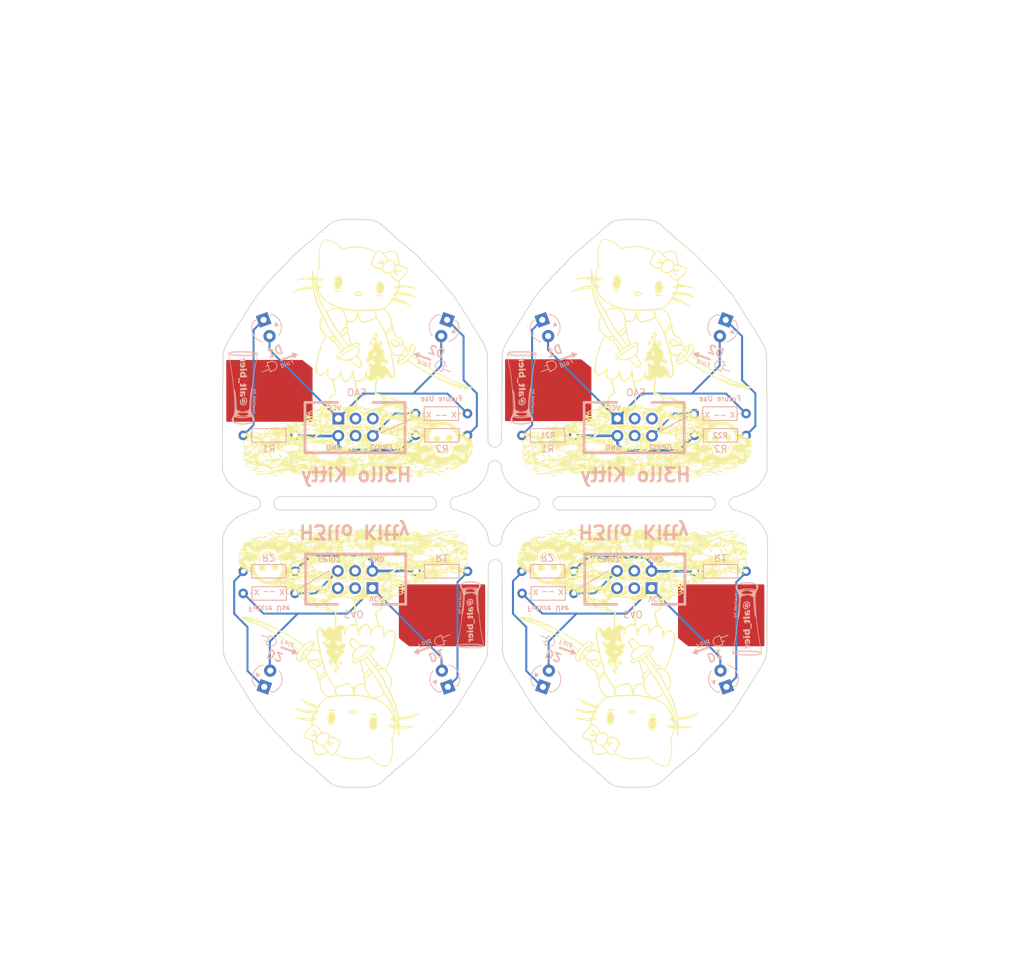
<source format=kicad_pcb>
(kicad_pcb (version 20221018) (generator pcbnew)
  (title_block (title "G0dzilla_VS_H3llo_Kitty") (date "2024-07-07") (rev "1") (company "Crafted by @alt_bier a.k.a. Richard Gowen and his Badge Team") (comment 1 "SAO PCB 2"))
  (layers (0 "F.Cu" signal) (31 "B.Cu" signal) (34 "B.Paste" user) (35 "F.Paste" user) (36 "B.SilkS" user "B.Silkscreen") (37 "F.SilkS" user "F.Silkscreen") (38 "B.Mask" user) (39 "F.Mask" user) (44 "Edge.Cuts" user))
  (net 0 "")
  (net 1 "+3.3V")
  (net 2 "GND")
  (net 6 "Net-(JSAO1-Pin_6)")
  (net 7 "+3.3V1")
  (net 8 "GND1")
  (net 12 "Net-(JSAO2-Pin_6)")
  (net 13 "+3.3V2")
  (net 14 "GND2")
  (net 18 "Net-(JSAO3-Pin_6)")
  (net 19 "+3.3V3")
  (net 20 "GND3")
  (net 24 "Net-(JSAO4-Pin_6)")
  (net 25 "Net-(D11-K)")
  (net 26 "Net-(D12-K)")
  (net 27 "Net-(D21-K)")
  (net 28 "Net-(D22-K)")
  (net 29 "Net-(D31-K)")
  (net 30 "Net-(D32-K)")
  (net 31 "Net-(D41-K)")
  (net 32 "Net-(D42-K)")
  (footprint "0_local:LED_2Pin_Indicator_back" (layer "F.Cu") (at 117.825 130.2 -110)
    (fp_text reference "REF**" hide)
    (fp_text value "LED_2Pin_Indicator_back" hide)
  )
  (footprint "0_local:LED_D3.0mm-2-std_back" (layer "F.Cu") (at 76 83 -70)
    (fp_text reference "D11" hide)
    (fp_text value "LED_3mm" hide)
  )
  (footprint "0_local:LED_2Pin_Indicator_Right_back" (layer "F.Cu") (at 143.175 130.2 110)
    (fp_text reference "REF**" hide)
    (fp_text value "LED_2Pin_Indicator_Right_back" hide)
  )
  (footprint "0_local:MountingHole_2.0mm" (layer "F.Cu") (at 73.2 114.1)
    (fp_text reference "REF**" hide)
    (fp_text value "MountingHole_2.0mm" hide)
  )
  (footprint "0_alt_bier:logo-alt_bier-2300dpi-4x10mm-back" (layer "F.Cu") (at 106.55 126.4 180)
    (fp_text reference "G***" hide)
    (fp_text value "LOGO" hide)
  )
  (footprint "0_local:LED_Fold_Indicator_back" (layer "F.Cu") (at 79.861071 88.437045 -160)
    (fp_text reference "Fold" hide)
    (fp_text value "LED_Fold_Indicator_1" hide)
  )
  (footprint "0_local:MountingHole_2.0mm" (layer "F.Cu") (at 73.2 105.9)
    (fp_text reference "REF**" hide)
    (fp_text value "MountingHole_2.0mm" hide)
  )
  (footprint "0_local:R_Axial_DIN0207_L6.3_D2.5_P7.62_Horiz_back" (layer "F.Cu") (at 106 100 180)
    (fp_text reference "R12" hide)
    (fp_text value "47R_6.3mm" hide)
  )
  (footprint "0_local:MountingHole_2.0mm" (layer "F.Cu") (at 105.8 114.1)
    (fp_text reference "REF**" hide)
    (fp_text value "MountingHole_2.0mm" hide)
  )
  (footprint "0_alt_bier:logo-alt_bier-2100dpi-4x11mm-back" (layer "F.Cu") (at 147 127 180)
    (fp_text reference "G***" hide)
    (fp_text value "LOGO" hide)
  )
  (footprint "0_badge:g0dzilla_vs_sao2_silk_f" (layer "F.Cu") (at 110 110)
    (fp_text reference "silk_front_sao2")
    (fp_text value "Front Silk" hide)
  )
  (footprint "0_local:LED_2Pin_Indicator_Right_back" (layer "F.Cu") (at 102.2 130.15 110)
    (fp_text reference "REF**" hide)
    (fp_text value "LED_2Pin_Indicator_Right_back" hide)
  )
  (footprint "0_local:LED_D3.0mm-2-std_back" (layer "F.Cu") (at 144 83 -110)
    (fp_text reference "D22" hide)
    (fp_text value "LED_3mm" hide)
  )
  (footprint "0_sao_v169bis:SAOv169-SAOv3-2x3" (layer "F.Cu") (at 89.52 121.23 180)
    (fp_text reference "JSAO3" hide)
    (fp_text value "Conn_02x03_SAO" hide)
  )
  (footprint "0_local:R_Axial_DIN0207_L6.3_D2.5_P7.62_Horiz_back" (layer "F.Cu") (at 80.61 123.25 180)
    (fp_text reference "R33" hide)
    (fp_text value "100K_6.3mm" hide)
  )
  (footprint "0_local:MountingHole_2.0mm" (layer "F.Cu") (at 146.9 114.1)
    (fp_text reference "REF**" hide)
    (fp_text value "MountingHole_2.0mm" hide)
  )
  (footprint "0_sao_v169bis:SAOv169-SAOv3-2x3" (layer "F.Cu") (at 130.54 98.77)
    (fp_text reference "JSAO2" hide)
    (fp_text value "Conn_02x03_SAO" hide)
  )
  (footprint "0_local:LED_2Pin_Indicator_back" (layer "F.Cu") (at 143.375 89.825 70)
    (fp_text reference "REF**" hide)
    (fp_text value "LED_2Pin_Indicator_back" hide)
  )
  (footprint "0_local:LED_Fold_Indicator_back" (layer "F.Cu") (at 140.238929 131.637955 20)
    (fp_text reference "Fold" hide)
    (fp_text value "LED_Fold_Indicator_1" hide)
  )
  (footprint "0_local:LED_2Pin_Indicator_Right_back" (layer "F.Cu") (at 76.925 89.875 -70)
    (fp_text reference "REF**" hide)
    (fp_text value "LED_2Pin_Indicator_Right_back" hide)
  )
  (footprint "0_badge:g0dzilla_vs_SAO_edgecuts_01" (layer "F.Cu") (at 110 110)
    (fp_text reference "sao_edgecuts_01")
    (fp_text value "Edge Cuts" hide)
    (fp_line (start -40.07 -9.27) (end -39.98 -21.6) (stroke (width 0.12)) (layer "Edge.Cuts"))
    (fp_line (start -40.07 -5.27) (end -40.07 -9.27) (stroke (width 0.12)) (layer "Edge.Cuts"))
    (fp_line (start -40.07 -4.98) (end -40.07 -5.27) (stroke (width 0.12)) (layer "Edge.Cuts"))
    (fp_line (start -40.02 4.98) (end -40.02 5.27) (stroke (width 0.12)) (layer "Edge.Cuts"))
    (fp_line (start -40.02 5.27) (end -40.02 9.27) (stroke (width 0.12)) (layer "Edge.Cuts"))
    (fp_line (start -40.02 9.27) (end -39.93 21.6) (stroke (width 0.12)) (layer "Edge.Cuts"))
    (fp_line (start -39.98 -21.6) (end -39.88 -22.4) (stroke (width 0.12)) (layer "Edge.Cuts"))
    (fp_line (start -39.93 21.6) (end -39.83 22.4) (stroke (width 0.12)) (layer "Edge.Cuts"))
    (fp_line (start -39.88 -22.4) (end -39.78 -22.7) (stroke (width 0.12)) (layer "Edge.Cuts"))
    (fp_line (start -39.87 -4.38) (end -40.07 -4.98) (stroke (width 0.12)) (layer "Edge.Cuts"))
    (fp_line (start -39.83 22.4) (end -39.73 22.7) (stroke (width 0.12)) (layer "Edge.Cuts"))
    (fp_line (start -39.82 4.38) (end -40.02 4.98) (stroke (width 0.12)) (layer "Edge.Cuts"))
    (fp_line (start -39.78 -22.7) (end -39.58 -23.2) (stroke (width 0.12)) (layer "Edge.Cuts"))
    (fp_line (start -39.73 22.7) (end -39.53 23.2) (stroke (width 0.12)) (layer "Edge.Cuts"))
    (fp_line (start -39.67 -3.88) (end -39.87 -4.38) (stroke (width 0.12)) (layer "Edge.Cuts"))
    (fp_line (start -39.62 3.88) (end -39.82 4.38) (stroke (width 0.12)) (layer "Edge.Cuts"))
    (fp_line (start -39.58 -23.2) (end -39.38 -23.6) (stroke (width 0.12)) (layer "Edge.Cuts"))
    (fp_line (start -39.53 23.2) (end -39.33 23.6) (stroke (width 0.12)) (layer "Edge.Cuts"))
    (fp_line (start -39.38 -23.6) (end -38.78 -24.6) (stroke (width 0.12)) (layer "Edge.Cuts"))
    (fp_line (start -39.33 23.6) (end -38.73 24.6) (stroke (width 0.12)) (layer "Edge.Cuts"))
    (fp_line (start -39.27 -3.28) (end -39.67 -3.88) (stroke (width 0.12)) (layer "Edge.Cuts"))
    (fp_line (start -39.22 3.28) (end -39.62 3.88) (stroke (width 0.12)) (layer "Edge.Cuts"))
    (fp_line (start -39.08 -3) (end -39.27 -3.28) (stroke (width 0.12)) (layer "Edge.Cuts"))
    (fp_line (start -39.03 3) (end -39.22 3.28) (stroke (width 0.12)) (layer "Edge.Cuts"))
    (fp_line (start -38.78 -24.6) (end -38.28 -25.4) (stroke (width 0.12)) (layer "Edge.Cuts"))
    (fp_line (start -38.78 -2.7) (end -39.08 -3) (stroke (width 0.12)) (layer "Edge.Cuts"))
    (fp_line (start -38.73 2.7) (end -39.03 3) (stroke (width 0.12)) (layer "Edge.Cuts"))
    (fp_line (start -38.73 24.6) (end -38.23 25.4) (stroke (width 0.12)) (layer "Edge.Cuts"))
    (fp_line (start -38.48 -2.4) (end -38.78 -2.7) (stroke (width 0.12)) (layer "Edge.Cuts"))
    (fp_line (start -38.43 2.4) (end -38.73 2.7) (stroke (width 0.12)) (layer "Edge.Cuts"))
    (fp_line (start -38.28 -25.4) (end -36.78 -27.8) (stroke (width 0.12)) (layer "Edge.Cuts"))
    (fp_line (start -38.23 25.4) (end -36.73 27.8) (stroke (width 0.12)) (layer "Edge.Cuts"))
    (fp_line (start -38.08 -2.1) (end -38.48 -2.4) (stroke (width 0.12)) (layer "Edge.Cuts"))
    (fp_line (start -38.03 2.1) (end -38.43 2.4) (stroke (width 0.12)) (layer "Edge.Cuts"))
    (fp_line (start -37.58 -1.8) (end -38.08 -2.1) (stroke (width 0.12)) (layer "Edge.Cuts"))
    (fp_line (start -37.53 1.8) (end -38.03 2.1) (stroke (width 0.12)) (layer "Edge.Cuts"))
    (fp_line (start -36.88 -1.5) (end -37.58 -1.8) (stroke (width 0.12)) (layer "Edge.Cuts"))
    (fp_line (start -36.83 1.5) (end -37.53 1.8) (stroke (width 0.12)) (layer "Edge.Cuts"))
    (fp_line (start -36.78 -27.8) (end -35.78 -29.4) (stroke (width 0.12)) (layer "Edge.Cuts"))
    (fp_line (start -36.73 27.8) (end -35.73 29.4) (stroke (width 0.12)) (layer "Edge.Cuts"))
    (fp_line (start -35.78 -29.4) (end -35.38 -30) (stroke (width 0.12)) (layer "Edge.Cuts"))
    (fp_line (start -35.73 29.4) (end -35.33 30) (stroke (width 0.12)) (layer "Edge.Cuts"))
    (fp_line (start -35.48 -1) (end -36.88 -1.5) (stroke (width 0.12)) (layer "Edge.Cuts"))
    (fp_line (start -35.48 1) (end -36.83 1.5) (stroke (width 0.12)) (layer "Edge.Cuts"))
    (fp_line (start -35.38 -30) (end -34.98 -30.6) (stroke (width 0.12)) (layer "Edge.Cuts"))
    (fp_line (start -35.33 30) (end -34.93 30.6) (stroke (width 0.12)) (layer "Edge.Cuts"))
    (fp_line (start -34.98 -30.6) (end -34.48 -31.2) (stroke (width 0.12)) (layer "Edge.Cuts"))
    (fp_line (start -34.93 30.6) (end -34.43 31.2) (stroke (width 0.12)) (layer "Edge.Cuts"))
    (fp_line (start -34.48 -31.2) (end -33.88 -31.9) (stroke (width 0.12)) (layer "Edge.Cuts"))
    (fp_line (start -34.43 31.2) (end -33.83 31.9) (stroke (width 0.12)) (layer "Edge.Cuts"))
    (fp_line (start -33.88 -31.9) (end -33.28 -32.6) (stroke (width 0.12)) (layer "Edge.Cuts"))
    (fp_line (start -33.83 31.9) (end -33.23 32.6) (stroke (width 0.12)) (layer "Edge.Cuts"))
    (fp_line (start -33.28 -32.6) (end -32.48 -33.5) (stroke (width 0.12)) (layer "Edge.Cuts"))
    (fp_line (start -33.23 32.6) (end -32.43 33.5) (stroke (width 0.12)) (layer "Edge.Cuts"))
    (fp_line (start -32.48 -33.5) (end -30.78 -35.2) (stroke (width 0.12)) (layer "Edge.Cuts"))
    (fp_line (start -32.43 33.5) (end -30.73 35.2) (stroke (width 0.12)) (layer "Edge.Cuts"))
    (fp_line (start -31.48 -1) (end -9.58 -1) (stroke (width 0.12)) (layer "Edge.Cuts"))
    (fp_line (start -30.78 -35.2) (end -29.88 -36.2) (stroke (width 0.12)) (layer "Edge.Cuts"))
    (fp_line (start -30.73 35.2) (end -29.83 36.2) (stroke (width 0.12)) (layer "Edge.Cuts"))
    (fp_line (start -29.88 -36.2) (end -29.48 -36.6) (stroke (width 0.12)) (layer "Edge.Cuts"))
    (fp_line (start -29.83 36.2) (end -29.43 36.6) (stroke (width 0.12)) (layer "Edge.Cuts"))
    (fp_line (start -29.48 -36.6) (end -28.78 -37.2) (stroke (width 0.12)) (layer "Edge.Cuts"))
    (fp_line (start -29.43 36.6) (end -28.73 37.2) (stroke (width 0.12)) (layer "Edge.Cuts"))
    (fp_line (start -28.78 -37.2) (end -27.48 -38.3) (stroke (width 0.12)) (layer "Edge.Cuts"))
    (fp_line (start -28.73 37.2) (end -27.43 38.3) (stroke (width 0.12)) (layer "Edge.Cuts"))
    (fp_line (start -27.48 -38.3) (end -26.38 -39.2) (stroke (width 0.12)) (layer "Edge.Cuts"))
    (fp_line (start -27.43 38.3) (end -26.33 39.2) (stroke (width 0.12)) (layer "Edge.Cuts"))
    (fp_line (start -26.38 -39.2) (end -25.88 -39.7) (stroke (width 0.12)) (layer "Edge.Cuts"))
    (fp_line (start -26.33 39.2) (end -25.83 39.7) (stroke (width 0.12)) (layer "Edge.Cuts"))
    (fp_line (start -25.88 -39.7) (end -24.98 -40.5) (stroke (width 0.12)) (layer "Edge.Cuts"))
    (fp_line (start -25.83 39.7) (end -24.93 40.5) (stroke (width 0.12)) (layer "Edge.Cuts"))
    (fp_line (start -24.98 -40.5) (end -24.28 -41.1) (stroke (width 0.12)) (layer "Edge.Cuts"))
    (fp_line (start -24.93 40.5) (end -24.23 41.1) (stroke (width 0.12)) (layer "Edge.Cuts"))
    (fp_line (start -24.28 -41.1) (end -23.98 -41.3) (stroke (width 0.12)) (layer "Edge.Cuts"))
    (fp_line (start -24.23 41.1) (end -23.93 41.3) (stroke (width 0.12)) (layer "Edge.Cuts"))
    (fp_line (start -23.98 -41.3) (end -23.58 -41.5) (stroke (width 0.12)) (layer "Edge.Cuts"))
    (fp_line (start -23.93 41.3) (end -23.53 41.5) (stroke (width 0.12)) (layer "Edge.Cuts"))
    (fp_line (start -23.58 -41.5) (end -23.28 -41.6) (stroke (width 0.12)) (layer "Edge.Cuts"))
    (fp_line (start -23.53 41.5) (end -23.23 41.6) (stroke (width 0.12)) (layer "Edge.Cuts"))
    (fp_line (start -23.28 -41.6) (end -22.88 -41.7) (stroke (width 0.12)) (layer "Edge.Cuts"))
    (fp_line (start -23.23 41.6) (end -22.83 41.7) (stroke (width 0.12)) (layer "Edge.Cuts"))
    (fp_line (start -22.88 -41.7) (end -21.08 -41.8) (stroke (width 0.12)) (layer "Edge.Cuts"))
    (fp_line (start -22.83 41.7) (end -21.03 41.8) (stroke (width 0.12)) (layer "Edge.Cuts"))
    (fp_line (start -21.08 -41.8) (end -19.98 -41.8) (stroke (width 0.12)) (layer "Edge.Cuts"))
    (fp_line (start -19.93 41.8) (end -21.03 41.8) (stroke (width 0.12)) (layer "Edge.Cuts"))
    (fp_line (start -18.18 -41.7) (end -19.98 -41.8) (stroke (width 0.12)) (layer "Edge.Cuts"))
    (fp_line (start -18.13 41.7) (end -19.93 41.8) (stroke (width 0.12)) (layer "Edge.Cuts"))
    (fp_line (start -17.78 -41.6) (end -18.18 -41.7) (stroke (width 0.12)) (layer "Edge.Cuts"))
    (fp_line (start -17.73 41.6) (end -18.13 41.7) (stroke (width 0.12)) (layer "Edge.Cuts"))
    (fp_line (start -17.48 -41.5) (end -17.78 -41.6) (stroke (width 0.12)) (layer "Edge.Cuts"))
    (fp_line (start -17.43 41.5) (end -17.73 41.6) (stroke (width 0.12)) (layer "Edge.Cuts"))
    (fp_line (start -17.08 -41.3) (end -17.48 -41.5) (stroke (width 0.12)) (layer "Edge.Cuts"))
    (fp_line (start -17.03 41.3) (end -17.43 41.5) (stroke (width 0.12)) (layer "Edge.Cuts"))
    (fp_line (start -16.78 -41.1) (end -17.08 -41.3) (stroke (width 0.12)) (layer "Edge.Cuts"))
    (fp_line (start -16.73 41.1) (end -17.03 41.3) (stroke (width 0.12)) (layer "Edge.Cuts"))
    (fp_line (start -16.08 -40.5) (end -16.78 -41.1) (stroke (width 0.12)) (layer "Edge.Cuts"))
    (fp_line (start -16.03 40.5) (end -16.73 41.1) (stroke (width 0.12)) (layer "Edge.Cuts"))
    (fp_line (start -15.18 -39.7) (end -16.08 -40.5) (stroke (width 0.12)) (layer "Edge.Cuts"))
    (fp_line (start -15.13 39.7) (end -16.03 40.5) (stroke (width 0.12)) (layer "Edge.Cuts"))
    (fp_line (start -14.68 -39.2) (end -15.18 -39.7) (stroke (width 0.12)) (layer "Edge.Cuts"))
    (fp_line (start -14.63 39.2) (end -15.13 39.7) (stroke (width 0.12)) (layer "Edge.Cuts"))
    (fp_line (start -13.58 -38.3) (end -14.68 -39.2) (stroke (width 0.12)) (layer "Edge.Cuts"))
    (fp_line (start -13.53 38.3) (end -14.63 39.2) (stroke (width 0.12)) (layer "Edge.Cuts"))
    (fp_line (start -12.28 -37.2) (end -13.58 -38.3) (stroke (width 0.12)) (layer "Edge.Cuts"))
    (fp_line (start -12.23 37.2) (end -13.53 38.3) (stroke (width 0.12)) (layer "Edge.Cuts"))
    (fp_line (start -11.58 -36.6) (end -12.28 -37.2) (stroke (width 0.12)) (layer "Edge.Cuts"))
    (fp_line (start -11.53 36.6) (end -12.23 37.2) (stroke (width 0.12)) (layer "Edge.Cuts"))
    (fp_line (start -11.18 -36.2) (end -11.58 -36.6) (stroke (width 0.12)) (layer "Edge.Cuts"))
    (fp_line (start -11.13 36.2) (end -11.53 36.6) (stroke (width 0.12)) (layer "Edge.Cuts"))
    (fp_line (start -10.28 -35.2) (end -11.18 -36.2) (stroke (width 0.12)) (layer "Edge.Cuts"))
    (fp_line (start -10.23 35.2) (end -11.13 36.2) (stroke (width 0.12)) (layer "Edge.Cuts"))
    (fp_line (start -9.58 1) (end -31.48 1) (stroke (width 0.12)) (layer "Edge.Cuts"))
    (fp_line (start -8.58 -33.5) (end -10.28 -35.2) (stroke (width 0.12)) (layer "Edge.Cuts"))
    (fp_line (start -8.53 33.5) (end -10.23 35.2) (stroke (width 0.12)) (layer "Edge.Cuts"))
    (fp_line (start -7.78 -32.6) (end -8.58 -33.5) (stroke (width 0.12)) (layer "Edge.Cuts"))
    (fp_line (start -7.73 32.6) (end -8.53 33.5) (stroke (width 0.12)) (layer "Edge.Cuts"))
    (fp_line (start -7.18 -31.9) (end -7.78 -32.6) (stroke (width 0.12)) (layer "Edge.Cuts"))
    (fp_line (start -7.13 31.9) (end -7.73 32.6) (stroke (width 0.12)) (layer "Edge.Cuts"))
    (fp_line (start -6.58 -31.2) (end -7.18 -31.9) (stroke (width 0.12)) (layer "Edge.Cuts"))
    (fp_line (start -6.53 31.2) (end -7.13 31.9) (stroke (width 0.12)) (layer "Edge.Cuts"))
    (fp_line (start -6.08 -30.6) (end -6.58 -31.2) (stroke (width 0.12)) (layer "Edge.Cuts"))
    (fp_line (start -6.03 30.6) (end -6.53 31.2) (stroke (width 0.12)) (layer "Edge.Cuts"))
    (fp_line (start -5.68 -30) (end -6.08 -30.6) (stroke (width 0.12)) (layer "Edge.Cuts"))
    (fp_line (start -5.63 30) (end -6.03 30.6) (stroke (width 0.12)) (layer "Edge.Cuts"))
    (fp_line (start -5.58 -1) (end -4.18 -1.5) (stroke (width 0.12)) (layer "Edge.Cuts"))
    (fp_line (start -5.58 1) (end -4.13 1.5) (stroke (width 0.12)) (layer "Edge.Cuts"))
    (fp_line (start -5.28 -29.4) (end -5.68 -30) (stroke (width 0.12)) (layer "Edge.Cuts"))
    (fp_line (start -5.23 29.4) (end -5.63 30) (stroke (width 0.12)) (layer "Edge.Cuts"))
    (fp_line (start -4.28 -27.8) (end -5.28 -29.4) (stroke (width 0.12)) (layer "Edge.Cuts"))
    (fp_line (start -4.23 27.8) (end -5.23 29.4) (stroke (width 0.12)) (layer "Edge.Cuts"))
    (fp_line (start -4.18 -1.5) (end -3.48 -1.8) (stroke (width 0.12)) (layer "Edge.Cuts"))
    (fp_line (start -4.13 1.5) (end -3.43 1.8) (stroke (width 0.12)) (layer "Edge.Cuts"))
    (fp_line (start -3.48 -1.8) (end -2.98 -2.1) (stroke (width 0.12)) (layer "Edge.Cuts"))
    (fp_line (start -3.43 1.8) (end -2.93 2.1) (stroke (width 0.12)) (layer "Edge.Cuts"))
    (fp_line (start -2.98 -2.1) (end -2.58 -2.4) (stroke (width 0.12)) (layer "Edge.Cuts"))
    (fp_line (start -2.93 2.1) (end -2.53 2.4) (stroke (width 0.12)) (layer "Edge.Cuts"))
    (fp_line (start -2.78 -25.4) (end -4.28 -27.8) (stroke (width 0.12)) (layer "Edge.Cuts"))
    (fp_line (start -2.73 25.4) (end -4.23 27.8) (stroke (width 0.12)) (layer "Edge.Cuts"))
    (fp_line (start -2.58 -2.4) (end -2.28 -2.7) (stroke (width 0.12)) (layer "Edge.Cuts"))
    (fp_line (start -2.53 2.4) (end -2.23 2.7) (stroke (width 0.12)) (layer "Edge.Cuts"))
    (fp_line (start -2.28 -24.6) (end -2.78 -25.4) (stroke (width 0.12)) (layer "Edge.Cuts"))
    (fp_line (start -2.28 -2.7) (end -1.98 -3) (stroke (width 0.12)) (layer "Edge.Cuts"))
    (fp_line (start -2.23 2.7) (end -1.93 3) (stroke (width 0.12)) (layer "Edge.Cuts"))
    (fp_line (start -2.23 24.6) (end -2.73 25.4) (stroke (width 0.12)) (layer "Edge.Cuts"))
    (fp_line (start -1.98 -3) (end -1.79 -3.28) (stroke (width 0.12)) (layer "Edge.Cuts"))
    (fp_line (start -1.93 3) (end -1.74 3.28) (stroke (width 0.12)) (layer "Edge.Cuts"))
    (fp_line (start -1.79 -3.28) (end -1.39 -3.88) (stroke (width 0.12)) (layer "Edge.Cuts"))
    (fp_line (start -1.74 3.28) (end -1.34 3.88) (stroke (width 0.12)) (layer "Edge.Cuts"))
    (fp_line (start -1.68 -23.6) (end -2.28 -24.6) (stroke (width 0.12)) (layer "Edge.Cuts"))
    (fp_line (start -1.63 23.6) (end -2.23 24.6) (stroke (width 0.12)) (layer "Edge.Cuts"))
    (fp_line (start -1.48 -23.2) (end -1.68 -23.6) (stroke (width 0.12)) (layer "Edge.Cuts"))
    (fp_line (start -1.43 23.2) (end -1.63 23.6) (stroke (width 0.12)) (layer "Edge.Cuts"))
    (fp_line (start -1.39 -3.88) (end -1.19 -4.38) (stroke (width 0.12)) (layer "Edge.Cuts"))
    (fp_line (start -1.34 3.88) (end -1.14 4.38) (stroke (width 0.12)) (layer "Edge.Cuts"))
    (fp_line (start -1.28 -22.7) (end -1.48 -23.2) (stroke (width 0.12)) (layer "Edge.Cuts"))
    (fp_line (start -1.23 22.7) (end -1.43 23.2) (stroke (width 0.12)) (layer "Edge.Cuts"))
    (fp_line (start -1.19 -4.38) (end -0.99 -4.98) (stroke (width 0.12)) (layer "Edge.Cuts"))
    (fp_line (start -1.18 -22.4) (end -1.28 -22.7) (stroke (width 0.12)) (layer "Edge.Cuts"))
    (fp_line (start -1.14 4.38) (end -0.94 4.98) (stroke (width 0.12)) (layer "Edge.Cuts"))
    (fp_line (start -1.13 22.4) (end -1.23 22.7) (stroke (width 0.12)) (layer "Edge.Cuts"))
    (fp_line (start -1.08 -21.6) (end -1.18 -22.4) (stroke (width 0.12)) (layer "Edge.Cuts"))
    (fp_line (start -1.03 21.6) (end -1.13 22.4) (stroke (width 0.12)) (layer "Edge.Cuts"))
    (fp_line (start -0.99 -9.27) (end -1.08 -21.6) (stroke (width 0.12)) (layer "Edge.Cuts"))
    (fp_line (start -0.99 -4.98) (end -0.99 -5.27) (stroke (width 0.12)) (layer "Edge.Cuts"))
    (fp_line (start -0.94 4.98) (end -0.94 5.27) (stroke (width 0.12)) (layer "Edge.Cuts"))
    (fp_line (start -0.94 9.27) (end -1.03 21.6) (stroke (width 0.12)) (layer "Edge.Cuts"))
    (fp_line (start 1.01 -9.27) (end 1.1 -21.6) (stroke (width 0.12)) (layer "Edge.Cuts"))
    (fp_line (start 1.01 -4.98) (end 1.01 -5.27) (stroke (width 0.12)) (layer "Edge.Cuts"))
    (fp_line (start 1.06 4.98) (end 1.06 5.27) (stroke (width 0.12)) (layer "Edge.Cuts"))
    (fp_line (start 1.06 9.27) (end 1.15 21.6) (stroke (width 0.12)) (layer "Edge.Cuts"))
    (fp_line (start 1.1 -21.6) (end 1.2 -22.4) (stroke (width 0.12)) (layer "Edge.Cuts"))
    (fp_line (start 1.15 21.6) (end 1.25 22.4) (stroke (width 0.12)) (layer "Edge.Cuts"))
    (fp_line (start 1.2 -22.4) (end 1.3 -22.7) (stroke (width 0.12)) (layer "Edge.Cuts"))
    (fp_line (start 1.21 -4.38) (end 1.01 -4.98) (stroke (width 0.12)) (layer "Edge.Cuts"))
    (fp_line (start 1.25 22.4) (end 1.35 22.7) (stroke (width 0.12)) (layer "Edge.Cuts"))
    (fp_line (start 1.26 4.38) (end 1.06 4.98) (stroke (width 0.12)) (layer "Edge.Cuts"))
    (fp_line (start 1.3 -22.7) (end 1.5 -23.2) (stroke (width 0.12)) (layer "Edge.Cuts"))
    (fp_line (start 1.35 22.7) (end 1.55 23.2) (stroke (width 0.12)) (layer "Edge.Cuts"))
    (fp_line (start 1.41 -3.88) (end 1.21 -4.38) (stroke (width 0.12)) (layer "Edge.Cuts"))
    (fp_line (start 1.46 3.88) (end 1.26 4.38) (stroke (width 0.12)) (layer "Edge.Cuts"))
    (fp_line (start 1.5 -23.2) (end 1.7 -23.6) (stroke (width 0.12)) (layer "Edge.Cuts"))
    (fp_line (start 1.55 23.2) (end 1.75 23.6) (stroke (width 0.12)) (layer "Edge.Cuts"))
    (fp_line (start 1.7 -23.6) (end 2.3 -24.6) (stroke (width 0.12)) (layer "Edge.Cuts"))
    (fp_line (start 1.75 23.6) (end 2.35 24.6) (stroke (width 0.12)) (layer "Edge.Cuts"))
    (fp_line (start 1.81 -3.28) (end 1.41 -3.88) (stroke (width 0.12)) (layer "Edge.Cuts"))
    (fp_line (start 1.86 3.28) (end 1.46 3.88) (stroke (width 0.12)) (layer "Edge.Cuts"))
    (fp_line (start 2 -3) (end 1.81 -3.28) (stroke (width 0.12)) (layer "Edge.Cuts"))
    (fp_line (start 2.05 3) (end 1.86 3.28) (stroke (width 0.12)) (layer "Edge.Cuts"))
    (fp_line (start 2.3 -24.6) (end 2.8 -25.4) (stroke (width 0.12)) (layer "Edge.Cuts"))
    (fp_line (start 2.3 -2.7) (end 2 -3) (stroke (width 0.12)) (layer "Edge.Cuts"))
    (fp_line (start 2.35 2.7) (end 2.05 3) (stroke (width 0.12)) (layer "Edge.Cuts"))
    (fp_line (start 2.35 24.6) (end 2.85 25.4) (stroke (width 0.12)) (layer "Edge.Cuts"))
    (fp_line (start 2.6 -2.4) (end 2.3 -2.7) (stroke (width 0.12)) (layer "Edge.Cuts"))
    (fp_line (start 2.65 2.4) (end 2.35 2.7) (stroke (width 0.12)) (layer "Edge.Cuts"))
    (fp_line (start 2.8 -25.4) (end 4.3 -27.8) (stroke (width 0.12)) (layer "Edge.Cuts"))
    (fp_line (start 2.85 25.4) (end 4.35 27.8) (stroke (width 0.12)) (layer "Edge.Cuts"))
    (fp_line (start 3 -2.1) (end 2.6 -2.4) (stroke (width 0.12)) (layer "Edge.Cuts"))
    (fp_line (start 3.05 2.1) (end 2.65 2.4) (stroke (width 0.12)) (layer "Edge.Cuts"))
    (fp_line (start 3.5 -1.8) (end 3 -2.1) (stroke (width 0.12)) (layer "Edge.Cuts"))
    (fp_line (start 3.55 1.8) (end 3.05 2.1) (stroke (width 0.12)) (layer "Edge.Cuts"))
    (fp_line (start 4.2 -1.5) (end 3.5 -1.8) (stroke (width 0.12)) (layer "Edge.Cuts"))
    (fp_line (start 4.25 1.5) (end 3.55 1.8) (stroke (width 0.12)) (layer "Edge.Cuts"))
    (fp_line (start 4.3 -27.8) (end 5.3 -29.4) (stroke (width 0.12)) (layer "Edge.Cuts"))
    (fp_line (start 4.35 27.8) (end 5.35 29.4) (stroke (width 0.12)) (layer "Edge.Cuts"))
    (fp_line (start 5.3 -29.4) (end 5.7 -30) (stroke (width 0.12)) (layer "Edge.Cuts"))
    (fp_line (start 5.35 29.4) (end 5.75 30) (stroke (width 0.12)) (layer "Edge.Cuts"))
    (fp_line (start 5.6 -1) (end 4.2 -1.5) (stroke (width 0.12)) (layer "Edge.Cuts"))
    (fp_line (start 5.6 1) (end 4.25 1.5) (stroke (width 0.12)) (layer "Edge.Cuts"))
    (fp_line (start 5.7 -30) (end 6.1 -30.6) (stroke (width 0.12)) (layer "Edge.Cuts"))
    (fp_line (start 5.75 30) (end 6.15 30.6) (stroke (width 0.12)) (layer "Edge.Cuts"))
    (fp_line (start 6.1 -30.6) (end 6.6 -31.2) (stroke (width 0.12)) (layer "Edge.Cuts"))
    (fp_line (start 6.15 30.6) (end 6.65 31.2) (stroke (width 0.12)) (layer "Edge.Cuts"))
    (fp_line (start 6.6 -31.2) (end 7.2 -31.9) (stroke (width 0.12)) (layer "Edge.Cuts"))
    (fp_line (start 6.65 31.2) (end 7.25 31.9) (stroke (width 0.12)) (layer "Edge.Cuts"))
    (fp_line (start 7.2 -31.9) (end 7.8 -32.6) (stroke (width 0.12)) (layer "Edge.Cuts"))
    (fp_line (start 7.25 31.9) (end 7.85 32.6) (stroke (width 0.12)) (layer "Edge.Cuts"))
    (fp_line (start 7.8 -32.6) (end 8.6 -33.5) (stroke (width 0.12)) (layer "Edge.Cuts"))
    (fp_line (start 7.85 32.6) (end 8.65 33.5) (stroke (width 0.12)) (layer "Edge.Cuts"))
    (fp_line (start 8.6 -33.5) (end 10.3 -35.2) (stroke (width 0.12)) (layer "Edge.Cuts"))
    (fp_line (start 8.65 33.5) (end 10.35 35.2) (stroke (width 0.12)) (layer "Edge.Cuts"))
    (fp_line (start 9.6 -1) (end 31.5 -1) (stroke (width 0.12)) (layer "Edge.Cuts"))
    (fp_line (start 10.3 -35.2) (end 11.2 -36.2) (stroke (width 0.12)) (layer "Edge.Cuts"))
    (fp_line (start 10.35 35.2) (end 11.25 36.2) (stroke (width 0.12)) (layer "Edge.Cuts"))
    (fp_line (start 11.2 -36.2) (end 11.6 -36.6) (stroke (width 0.12)) (layer "Edge.Cuts"))
    (fp_line (start 11.25 36.2) (end 11.65 36.6) (stroke (width 0.12)) (layer "Edge.Cuts"))
    (fp_line (start 11.6 -36.6) (end 12.3 -37.2) (stroke (width 0.12)) (layer "Edge.Cuts"))
    (fp_line (start 11.65 36.6) (end 12.35 37.2) (stroke (width 0.12)) (layer "Edge.Cuts"))
    (fp_line (start 12.3 -37.2) (end 13.6 -38.3) (stroke (width 0.12)) (layer "Edge.Cuts"))
    (fp_line (start 12.35 37.2) (end 13.65 38.3) (stroke (width 0.12)) (layer "Edge.Cuts"))
    (fp_line (start 13.6 -38.3) (end 14.7 -39.2) (stroke (width 0.12)) (layer "Edge.Cuts"))
    (fp_line (start 13.65 38.3) (end 14.75 39.2) (stroke (width 0.12)) (layer "Edge.Cuts"))
    (fp_line (start 14.7 -39.2) (end 15.2 -39.7) (stroke (width 0.12)) (layer "Edge.Cuts"))
    (fp_line (start 14.75 39.2) (end 15.25 39.7) (stroke (width 0.12)) (layer "Edge.Cuts"))
    (fp_line (start 15.2 -39.7) (end 16.1 -40.5) (stroke (width 0.12)) (layer "Edge.Cuts"))
    (fp_line (start 15.25 39.7) (end 16.15 40.5) (stroke (width 0.12)) (layer "Edge.Cuts"))
    (fp_line (start 16.1 -40.5) (end 16.8 -41.1) (stroke (width 0.12)) (layer "Edge.Cuts"))
    (fp_line (start 16.15 40.5) (end 16.85 41.1) (stroke (width 0.12)) (layer "Edge.Cuts"))
    (fp_line (start 16.8 -41.1) (end 17.1 -41.3) (stroke (width 0.12)) (layer "Edge.Cuts"))
    (fp_line (start 16.85 41.1) (end 17.15 41.3) (stroke (width 0.12)) (layer "Edge.Cuts"))
    (fp_line (start 17.1 -41.3) (end 17.5 -41.5) (stroke (width 0.12)) (layer "Edge.Cuts"))
    (fp_line (start 17.15 41.3) (end 17.55 41.5) (stroke (width 0.12)) (layer "Edge.Cuts"))
    (fp_line (start 17.5 -41.5) (end 17.8 -41.6) (stroke (width 0.12)) (layer "Edge.Cuts"))
    (fp_line (start 17.55 41.5) (end 17.85 41.6) (stroke (width 0.12)) (layer "Edge.Cuts"))
    (fp_line (start 17.8 -41.6) (end 18.2 -41.7) (stroke (width 0.12)) (layer "Edge.Cuts"))
    (fp_line (start 17.85 41.6) (end 18.25 41.7) (stroke (width 0.12)) (layer "Edge.Cuts"))
    (fp_line (start 18.2 -41.7) (end 20 -41.8) (stroke (width 0.12)) (layer "Edge.Cuts"))
    (fp_line (start 18.25 41.7) (end 20.05 41.8) (stroke (width 0.12)) (layer "Edge.Cuts"))
    (fp_line (start 20 -41.8) (end 21.1 -41.8) (stroke (width 0.12)) (layer "Edge.Cuts"))
    (fp_line (start 21.15 41.8) (end 20.05 41.8) (stroke (width 0.12)) (layer "Edge.Cuts"))
    (fp_line (start 22.9 -41.7) (end 21.1 -41.8) (stroke (width 0.12)) (layer "Edge.Cuts"))
    (fp_line (start 22.95 41.7) (end 21.15 41.8) (stroke (width 0.12)) (layer "Edge.Cuts"))
    (fp_line (start 23.3 -41.6) (end 22.9 -41.7) (stroke (width 0.12)) (layer "Edge.Cuts"))
    (fp_line (start 23.35 41.6) (end 22.95 41.7) (stroke (width 0.12)) (layer "Edge.Cuts"))
    (fp_line (start 23.6 -41.5) (end 23.3 -41.6) (stroke (width 0.12)) (layer "Edge.Cuts"))
    (fp_line (start 23.65 41.5) (end 23.35 41.6) (stroke (width 0.12)) (layer "Edge.Cuts"))
    (fp_line (start 24 -41.3) (end 23.6 -41.5) (stroke (width 0.12)) (layer "Edge.Cuts"))
    (fp_line (start 24.05 41.3) (end 23.65 41.5) (stroke (width 0.12)) (layer "Edge.Cuts"))
    (fp_line (start 24.3 -41.1) (end 24 -41.3) (stroke (width 0.12)) (layer "Edge.Cuts"))
    (fp_line (start 24.35 41.1) (end 24.05 41.3) (stroke (width 0.12)) (layer "Edge.Cuts"))
    (fp_line (start 25 -40.5) (end 24.3 -41.1) (stroke (width 0.12)) (layer "Edge.Cuts"))
    (fp_line (start 25.05 40.5) (end 24.35 41.1) (stroke (width 0.12)) (layer "Edge.Cuts"))
    (fp_line (start 25.9 -39.7) (end 25 -40.5) (stroke (width 0.12)) (layer "Edge.Cuts"))
    (fp_line (start 25.95 39.7) (end 25.05 40.5) (stroke (width 0.12)) (layer "Edge.Cuts"))
    (fp_line (start 26.4 -39.2) (end 25.9 -39.7) (stroke (width 0.12)) (layer "Edge.Cuts"))
    (fp_line (start 26.45 39.2) (end 25.95 39.7) (stroke (width 0.12)) (layer "Edge.Cuts"))
    (fp_line (start 27.5 -38.3) (end 26.4 -39.2) (stroke (width 0.12)) (layer "Edge.Cuts"))
    (fp_line (start 27.55 38.3) (end 26.45 39.2) (stroke (width 0.12)) (layer "Edge.Cuts"))
    (fp_line (start 28.8 -37.2) (end 27.5 -38.3) (stroke (width 0.12)) (layer "Edge.Cuts"))
    (fp_line (start 28.85 37.2) (end 27.55 38.3) (stroke (width 0.12)) (layer "Edge.Cuts"))
    (fp_line (start 29.5 -36.6) (end 28.8 -37.2) (stroke (width 0.12)) (layer "Edge.Cuts"))
    (fp_line (start 29.55 36.6) (end 28.85 37.2) (stroke (width 0.12)) (layer "Edge.Cuts"))
    (fp_line (start 29.9 -36.2) (end 29.5 -36.6) (stroke (width 0.12)) (layer "Edge.Cuts"))
    (fp_line (start 29.95 36.2) (end 29.55 36.6) (stroke (width 0.12)) (layer "Edge.Cuts"))
    (fp_line (start 30.8 -35.2) (end 29.9 -36.2) (stroke (width 0.12)) (layer "Edge.Cuts"))
    (fp_line (start 30.85 35.2) (end 29.95 36.2) (stroke (width 0.12)) (layer "Edge.Cuts"))
    (fp_line (start 31.5 1) (end 9.6 1) (stroke (width 0.12)) (layer "Edge.Cuts"))
    (fp_line (start 32.5 -33.5) (end 30.8 -35.2) (stroke (width 0.12)) (layer "Edge.Cuts"))
    (fp_line (start 32.55 33.5) (end 30.85 35.2) (stroke (width 0.12)) (layer "Edge.Cuts"))
    (fp_line (start 33.3 -32.6) (end 32.5 -33.5) (stroke (width 0.12)) (layer "Edge.Cuts"))
    (fp_line (start 33.35 32.6) (end 32.55 33.5) (stroke (width 0.12)) (layer "Edge.Cuts"))
    (fp_line (start 33.9 -31.9) (end 33.3 -32.6) (stroke (width 0.12)) (layer "Edge.Cuts"))
    (fp_line (start 33.95 31.9) (end 33.35 32.6) (stroke (width 0.12)) (layer "Edge.Cuts"))
    (fp_line (start 34.5 -31.2) (end 33.9 -31.9) (stroke (width 0.12)) (layer "Edge.Cuts"))
    (fp_line (start 34.55 31.2) (end 33.95 31.9) (stroke (width 0.12)) (layer "Edge.Cuts"))
    (fp_line (start 35 -30.6) (end 34.5 -31.2) (stroke (width 0.12)) (layer "Edge.Cuts"))
    (fp_line (start 35.05 30.6) (end 34.55 31.2) (stroke (width 0.12)) (layer "Edge.Cuts"))
    (fp_line (start 35.4 -30) (end 35 -30.6) (stroke (width 0.12)) (layer "Edge.Cuts"))
    (fp_line (start 35.45 30) (end 35.05 30.6) (stroke (width 0.12)) (layer "Edge.Cuts"))
    (fp_line (start 35.5 -1) (end 36.9 -1.5) (stroke (width 0.12)) (layer "Edge.Cuts"))
    (fp_line (start 35.5 1) (end 36.95 1.5) (stroke (width 0.12)) (layer "Edge.Cuts"))
    (fp_line (start 35.8 -29.4) (end 35.4 -30) (stroke (width 0.12)) (layer "Edge.Cuts"))
    (fp_line (start 35.85 29.4) (end 35.45 30) (stroke (width 0.12)) (layer "Edge.Cuts"))
    (fp_line (start 36.8 -27.8) (end 35.8 -29.4) (stroke (width 0.12)) (layer "Edge.Cuts"))
    (fp_line (start 36.85 27.8) (end 35.85 29.4) (stroke (width 0.12)) (layer "Edge.Cuts"))
    (fp_line (start 36.9 -1.5) (end 37.6 -1.8) (stroke (width 0.12)) (layer "Edge.Cuts"))
    (fp_line (start 36.95 1.5) (end 37.65 1.8) (stroke (width 0.12)) (layer "Edge.Cuts"))
    (fp_line (start 37.6 -1.8) (end 38.1 -2.1) (stroke (width 0.12)) (layer "Edge.Cuts"))
    (fp_line (start 37.65 1.8) (end 38.15 2.1) (stroke (width 0.12)) (layer "Edge.Cuts"))
    (fp_line (start 38.1 -2.1) (end 38.5 -2.4) (stroke (width 0.12)) (layer "Edge.Cuts"))
    (fp_line (start 38.15 2.1) (end 38.55 2.4) (stroke (width 0.12)) (layer "Edge.Cuts"))
    (fp_line (start 38.3 -25.4) (end 36.8 -27.8) (stroke (width 0.12)) (layer "Edge.Cuts"))
    (fp_line (start 38.35 25.4) (end 36.85 27.8) (stroke (width 0.12)) (layer "Edge.Cuts"))
    (fp_line (start 38.5 -2.4) (end 38.8 -2.7) (stroke (width 0.12)) (layer "Edge.Cuts"))
    (fp_line (start 38.55 2.4) (end 38.85 2.7) (stroke (width 0.12)) (layer "Edge.Cuts"))
    (fp_line (start 38.8 -24.6) (end 38.3 -25.4) (stroke (width 0.12)) (layer "Edge.Cuts"))
    (fp_line (start 38.8 -2.7) (end 39.1 -3) (stroke (width 0.12)) (layer "Edge.Cuts"))
    (fp_line (start 38.85 2.7) (end 39.15 3) (stroke (width 0.12)) (layer "Edge.Cuts"))
    (fp_line (start 38.85 24.6) (end 38.35 25.4) (stroke (width 0.12)) (layer "Edge.Cuts"))
    (fp_line (start 39.1 -3) (end 39.29 -3.28) (stroke (width 0.12)) (layer "Edge.Cuts"))
    (fp_line (start 39.15 3) (end 39.34 3.28) (stroke (width 0.12)) (layer "Edge.Cuts"))
    (fp_line (start 39.29 -3.28) (end 39.69 -3.88) (stroke (width 0.12)) (layer "Edge.Cuts"))
    (fp_line (start 39.34 3.28) (end 39.74 3.88) (stroke (width 0.12)) (layer "Edge.Cuts"))
    (fp_line (start 39.4 -23.6) (end 38.8 -24.6) (stroke (width 0.12)) (layer "Edge.Cuts"))
    (fp_line (start 39.45 23.6) (end 38.85 24.6) (stroke (width 0.12)) (layer "Edge.Cuts"))
    (fp_line (start 39.6 -23.2) (end 39.4 -23.6) (stroke (width 0.12)) (layer "Edge.Cuts"))
    (fp_line (start 39.65 23.2) (end 39.45 23.6) (stroke (width 0.12)) (layer "Edge.Cuts"))
    (fp_line (start 39.69 -3.88) (end 39.89 -4.38) (stroke (width 0.12)) (layer "Edge.Cuts"))
    (fp_line (start 39.74 3.88) (end 39.94 4.38) (stroke (width 0.12)) (layer "Edge.Cuts"))
    (fp_line (start 39.8 -22.7) (end 39.6 -23.2) (stroke (width 0.12)) (layer "Edge.Cuts"))
    (fp_line (start 39.85 22.7) (end 39.65 23.2) (stroke (width 0.12)) (layer "Edge.Cuts"))
    (fp_line (start 39.89 -4.38) (end 40.09 -4.98) (stroke (width 0.12)) (layer "Edge.Cuts"))
    (fp_line (start 39.9 -22.4) (end 39.8 -22.7) (stroke (width 0.12)) (layer "Edge.Cuts"))
    (fp_line (start 39.94 4.38) (end 40.14 4.98) (stroke (width 0.12)) (layer "Edge.Cuts"))
    (fp_line (start 39.95 22.4) (end 39.85 22.7) (stroke (width 0.12)) (layer "Edge.Cuts"))
    (fp_line (start 40 -21.6) (end 39.9 -22.4) (stroke (width 0.12)) (layer "Edge.Cuts"))
    (fp_line (start 40.05 21.6) (end 39.95 22.4) (stroke (width 0.12)) (layer "Edge.Cuts"))
    (fp_line (start 40.09 -9.27) (end 40 -21.6) (stroke (width 0.12)) (layer "Edge.Cuts"))
    (fp_line (start 40.09 -5.27) (end 40.09 -9.27) (stroke (width 0.12)) (layer "Edge.Cuts"))
    (fp_line (start 40.09 -4.98) (end 40.09 -5.27) (stroke (width 0.12)) (layer "Edge.Cuts"))
    (fp_line (start 40.14 4.98) (end 40.14 5.27) (stroke (width 0.12)) (layer "Edge.Cuts"))
    (fp_line (start 40.14 5.27) (end 40.14 9.27) (stroke (width 0.12)) (layer "Edge.Cuts"))
    (fp_line (start 40.14 9.27) (end 40.05 21.6) (stroke (width 0.12)) (layer "Edge.Cuts"))
    (fp_arc (start -35.48 -1) (mid -34.48 0) (end -35.48 1) (stroke (width 0.12)) (layer "Edge.Cuts"))
    (fp_arc (start -31.48 1) (mid -32.48 0) (end -31.48 -1) (stroke (width 0.12)) (layer "Edge.Cuts"))
    (fp_arc (start -9.58 -1) (mid -8.58 0) (end -9.58 1) (stroke (width 0.12)) (layer "Edge.Cuts"))
    (fp_arc (start -5.58 1) (mid -6.58 0) (end -5.58 -1) (stroke (width 0.12)) (layer "Edge.Cuts"))
    (fp_arc (start -0.99 -5.27) (mid 0.01 -6.27) (end 1.01 -5.27) (stroke (width 0.12)) (layer "Edge.Cuts"))
    (fp_arc (start -0.94 9.27) (mid 0.06 8.27) (end 1.06 9.27) (stroke (width 0.12)) (layer "Edge.Cuts"))
    (fp_arc (start 1.01 -9.27) (mid 0.01 -8.27) (end -0.99 -9.27) (stroke (width 0.12)) (layer "Edge.Cuts"))
    (fp_arc (start 1.06 5.27) (mid 0.06 6.27) (end -0.94 5.27) (stroke (width 0.12)) (layer "Edge.Cuts"))
    (fp_arc (start 5.6 -1) (mid 6.6 0) (end 5.6 1) (stroke (width 0.12)) (layer "Edge.Cuts"))
    (fp_arc (start 9.6 1) (mid 8.6 0) (end 9.6 -1) (stroke (width 0.12)) (layer "Edge.Cuts"))
    (fp_arc (start 31.5 -1) (mid 32.5 0) (end 31.5 1) (stroke (width 0.12)) (layer "Edge.Cuts"))
    (fp_arc (start 35.5 1) (mid 34.5 0) (end 35.5 -1) (stroke (width 0.12)) (layer "Edge.Cuts"))
  )
  (footprint "0_local:R_Axial_DIN0207_L6.3_D2.5_P7.62_Horiz_back" (layer "F.Cu") (at 106 120 180)
    (fp_text reference "R31" hide)
    (fp_text value "47R_6.3mm" hide)
  )
  (footprint "0_local:LED_Fold_Indicator_back" (layer "F.Cu") (at 120.825 131.675 160)
    (fp_text reference "Fold" hide)
    (fp_text value "LED_Fold_Indicator_1" hide)
  )
  (footprint "0_local:R_Axial_DIN0207_L6.3_D2.5_P7.62_Horiz_back" (layer "F.Cu") (at 147 100 180)
    (fp_text reference "R22")
    (fp_text value "47R_6.3mm" hide)
  )
  (footprint "0_local:LED_Fold_Indicator_back" (layer "F.Cu") (at 99.263929 131.587955 20)
    (fp_text reference "Fold" hide)
    (fp_text value "LED_Fold_Indicator_1" hide)
  )
  (footprint "0_badge:g0dzilla_vs_sao2_mask_b" (layer "F.Cu") (at 110 110)
    (fp_text reference "mask_back_sao2")
    (fp_text value "Back Mask" hide)
  )
  (footprint "0_local:R_Axial_DIN0207_L6.3_D2.5_P7.62_Horiz_back" (layer "F.Cu") (at 139.37 96.79)
    (fp_text reference "R23" hide)
    (fp_text value "47K_6.3mm" hide)
  )
  (footprint "0_local:LED_D3.0mm-2-std_back" (layer "F.Cu") (at 103 83 -110)
    (fp_text reference "D12" hide)
    (fp_text value "LED_3mm" hide)
  )
  (footprint "0_local:LED_Fold_Indicator_back" (layer "F.Cu") (at 99.275 88.4 -20)
    (fp_text reference "Fold" hide)
    (fp_text value "LED_Fold_Indicator_1" hide)
  )
  (footprint "0_local:R_Axial_DIN0207_L6.3_D2.5_P7.62_Horiz_back" (layer "F.Cu") (at 121.65 123.25 180)
    (fp_text reference "R43" hide)
    (fp_text value "220K_6.3mm" hide)
  )
  (footprint "0_badge:g0dzilla_vs_sao2_mask_f" (layer "F.Cu") (at 110 110)
    (fp_text reference "mask_front_sao2")
    (fp_text value "Front Mask" hide)
  )
  (footprint "0_sao_v169bis:SAOv169-SAOv3-2x3" (layer "F.Cu") (at 89.47 98.77)
    (fp_text reference "JSAO1" hide)
    (fp_text value "Conn_02x03_SAO" hide)
  )
  (footprint "0_local:MountingHole_2.0mm" (layer "F.Cu") (at 146.9 105.9)
    (fp_text reference "REF**" hide)
    (fp_text value "MountingHole_2.0mm" hide)
  )
  (footprint "0_local:LED_Fold_Indicator_back" (layer "F.Cu") (at 120.961071 88.387045 -160)
    (fp_text reference "Fold" hide)
    (fp_text value "LED_Fold_Indicator_1" hide)
  )
  (footprint "0_local:LED_D3.0mm-2-std_back" (layer "F.Cu") (at 117 83 -70)
    (fp_text reference "D21" hide)
    (fp_text value "LED_3mm" hide)
  )
  (footprint "0_alt_bier:logo-alt_bier-2100dpi-4x11mm-back" (layer "F.Cu") (at 73.1 93)
    (fp_text reference "G***" hide)
    (fp_text value "LOGO" hide)
  )
  (footprint "0_local:LED_D3.0mm-2-std_back" (layer "F.Cu") (at 117.1 137 70)
    (fp_text reference "D42" hide)
    (fp_text value "LED_3mm" hide)
  )
  (footprint "0_local:R_Axial_DIN0207_L6.3_D2.5_P7.62_Horiz_back" (layer "F.Cu") (at 114 100)
    (fp_text reference "R21")
    (fp_text value "47R_6.3mm" hide)
  )
  (footprint "0_local:MountingHole_2.0mm" (layer "F.Cu") (at 114.3 105.9)
    (fp_text reference "REF**" hide)
    (fp_text value "MountingHole_2.0mm" hide)
  )
  (footprint "0_local:LED_D3.0mm-2-std_back" (layer "F.Cu") (at 103.1 137 110)
    (fp_text reference "D31" hide)
    (fp_text value "LED_3mm" hide)
  )
  (footprint "0_local:LED_D3.0mm-2-std_back" (layer "F.Cu") (at 144.1 137 110)
    (fp_text reference "D41" hide)
    (fp_text value "LED_3mm" hide)
  )
  (footprint "0_local:R_Axial_DIN0207_L6.3_D2.5_P7.62_Horiz_back" (layer "F.Cu") (at 114 120)
    (fp_text reference "R42" hide)
    (fp_text value "47R_6.3mm" hide)
  )
  (footprint "0_local:LED_2Pin_Indicator_Right_back" (layer "F.Cu") (at 118.025 89.825 -70)
    (fp_text reference "REF**" hide)
    (fp_text value "LED_2Pin_Indicator_Right_back" hide)
  )
  (footprint "0_sao_v169bis:SAOv169-SAOv3-2x3" (layer "F.Cu") (at 130.6 121.23 180)
    (fp_text reference "JSAO4" hide)
    (fp_text value "Conn_02x03_SAO" hide)
  )
  (footprint "0_local:R_Axial_DIN0207_L6.3_D2.5_P7.62_Horiz_back" (layer "F.Cu") (at 147 120 180)
    (fp_text reference "R41" hide)
    (fp_text value "47R_6.3mm" hide)
  )
  (footprint "0_alt_bier:logo-alt_bier-2100dpi-4x11mm-back" (layer "F.Cu") (at 114.1 93)
    (fp_text reference "G***" hide)
    (fp_text value "LOGO" hide)
  )
  (footprint "0_local:LED_D3.0mm-2-std_back" (layer "F.Cu") (at 76.1 137 70)
    (fp_text reference "D32" hide)
    (fp_text value "LED_3mm" hide)
  )
  (footprint "0_local:MountingHole_2.0mm" (layer "F.Cu") (at 114.3 114.1)
    (fp_text reference "REF**" hide)
    (fp_text value "MountingHole_2.0mm" hide)
  )
  (footprint "0_local:LED_2Pin_Indicator_back" (layer "F.Cu") (at 76.85 130.15 -110)
    (fp_text reference "REF**" hide)
    (fp_text value "LED_2Pin_Indicator_back" hide)
  )
  (footprint "0_local:R_Axial_DIN0207_L6.3_D2.5_P7.62_Horiz_back" (layer "F.Cu") (at 98.375 96.79)
    (fp_text reference "R13" hide)
    (fp_text value "10K_6.3mm" hide)
  )
  (footprint "0_local:MountingHole_2.0mm" (layer "F.Cu") (at 105.8 105.9)
    (fp_text reference "REF**" hide)
    (fp_text value "MountingHole_2.0mm" hide)
  )
  (footprint "0_local:LED_Fold_Indicator_back" (layer "F.Cu") (at 79.85 131.625 160)
    (fp_text reference "Fold" hide)
    (fp_text value "LED_Fold_Indicator_1" hide)
  )
  (footprint "0_local:LED_Fold_Indicator_back" (layer "F.Cu") (at 140.375 88.35 -20)
    (fp_text reference "Fold" hide)
    (fp_text value "LED_Fold_Indicator_1" hide)
  )
  (footprint "0_local:R_Axial_DIN0207_L6.3_D2.5_P7.62_Horiz_back" (layer "F.Cu") (at 73 120)
    (fp_text reference "R32" hide)
    (fp_text value "47R_6.3mm" hide)
  )
  (footprint "0_local:LED_2Pin_Indicator_back" (layer "F.Cu") (at 102.275 89.875 70)
    (fp_text reference "REF**" hide)
    (fp_text value "LED_2Pin_Indicator_back" hide)
  )
  (footprint "0_local:R_Axial_DIN0207_L6.3_D2.5_P7.62_Horiz_back" (layer "F.Cu") (at 73 100)
    (fp_text reference "R11" hide)
    (fp_text value "47R_6.3mm" hide)
  )
  (gr_line (start 81.4 122.45) (end 85.65 119.95) (stroke (width 0.15)) (layer "B.SilkS"))
  (gr_line (start 134.275 99.375) (end 138.4 97.2) (stroke (width 0.15)) (layer "B.SilkS"))
  (gr_line (start 122.5 122.45) (end 126.7 119.95) (stroke (width 0.15)) (layer "B.SilkS"))
  (gr_line (start 93.275 99.675) (end 97.725 97.6) (stroke (width 0.15)) (layer "B.SilkS"))
  (gr_text "Future Use\n\nX -- X" (at 143.145 95.79) (layer "B.SilkS") (effects (font (size 0.75 0.75)) (justify mirror)))
  (gr_text "D2" (at 118.65 132.4 160) (layer "B.SilkS") (effects (font (size 1.2 1.2) (thickness 0.24)) (justify mirror)))
  (gr_text "D1" (at 118.775 87.6 20) (layer "B.SilkS") (effects (font (size 1.2 1.2) (thickness 0.24)) (justify mirror)))
  (gr_text "D1" (at 101.45 132.375 -160) (layer "B.SilkS") (effects (font (size 1.2 1.2) (thickness 0.24)) (justify mirror)))
  (gr_text "D2" (at 77.675 132.35 160) (layer "B.SilkS") (effects (font (size 1.2 1.2) (thickness 0.24)) (justify mirror)))
  (gr_text "H3llo Kitty" (at 122.08 113 180) (layer "B.SilkS") (effects (font (size 2 2) (thickness 0.4) bold) (justify left bottom mirror)))
  (gr_text "D1" (at 142.425 132.425 -160) (layer "B.SilkS") (effects (font (size 1.2 1.2) (thickness 0.24)) (justify mirror)))
  (gr_text "H3llo Kitty" (at 139.08 107) (layer "B.SilkS") (effects (font (size 2 2) (thickness 0.4) bold) (justify left bottom mirror)))
  (gr_text "R1" (at 143.25 118 180) (layer "B.SilkS") (effects (font (size 1 1)) (justify mirror)))
  (gr_text "Future Use\n\nX -- X" (at 117.875 124.25 180) (layer "B.SilkS") (effects (font (size 0.75 0.75)) (justify mirror)))
  (gr_text "R1" (at 102.25 118 180) (layer "B.SilkS") (effects (font (size 1 1)) (justify mirror)))
  (gr_text "R1" (at 76.75 102) (layer "B.SilkS") (effects (font (size 1 1)) (justify mirror)))
  (gr_text "R2" (at 102.25 102) (layer "B.SilkS") (effects (font (size 1 1)) (justify mirror)))
  (gr_text "H3llo Kitty" (at 98 107) (layer "B.SilkS") (effects (font (size 2 2) (thickness 0.4) bold) (justify left bottom mirror)))
  (gr_text "H3llo Kitty" (at 81 113 180) (layer "B.SilkS") (effects (font (size 2 2) (thickness 0.4) bold) (justify left bottom mirror)))
  (gr_text "D2" (at 101.45 87.675 340) (layer "B.SilkS") (effects (font (size 1.2 1.2) (thickness 0.24)) (justify mirror)))
  (gr_text "R2" (at 117.75 118 180) (layer "B.SilkS") (effects (font (size 1 1)) (justify mirror)))
  (gr_text "D1" (at 77.675 87.65 20) (layer "B.SilkS") (effects (font (size 1.2 1.2) (thickness 0.24)) (justify mirror)))
  (gr_text "R1" (at 117.75 102) (layer "B.SilkS") (effects (font (size 1 1)) (justify mirror)))
  (gr_text "R2" (at 143.25 102) (layer "B.SilkS") (effects (font (size 1 1)) (justify mirror)))
  (gr_text "Future Use\n\nX -- X" (at 76.835 124.25 180) (layer "B.SilkS") (effects (font (size 0.75 0.75)) (justify mirror)))
  (gr_text "D2" (at 142.55 87.625 340) (layer "B.SilkS") (effects (font (size 1.2 1.2) (thickness 0.24)) (justify mirror)))
  (gr_text "Future Use\n\nX -- X" (at 102.15 95.79) (layer "B.SilkS") (effects (font (size 0.75 0.75)) (justify mirror)))
  (gr_text "R2" (at 76.75 118 180) (layer "B.SilkS") (effects (font (size 1 1)) (justify mirror)))
  (segment (start 103.055 93.85) (end 105.995 96.79) (width 0.3) (layer "B.Cu") (net 1))
  (segment (start 90.66 93.85) (end 86.99 97.52) (width 0.3) (layer "B.Cu") (net 1))
  (segment (start 98.02 93.85) (end 90.66 93.85) (width 0.3) (layer "B.Cu") (net 1))
  (segment (start 76.868731 85.386819) (end 76.868731 87.398731) (width 0.3) (layer "B.Cu") (net 1))
  (segment (start 98.02 93.85) (end 103.055 93.85) (width 0.3) (layer "B.Cu") (net 1))
  (segment (start 76.868731 87.398731) (end 86.99 97.52) (width 0.3) (layer "B.Cu") (net 1))
  (segment (start 102.131269 89.738731) (end 98.02 93.85) (width 0.3) (layer "B.Cu") (net 1))
  (segment (start 102.131269 85.386819) (end 102.131269 89.738731) (width 0.3) (layer "B.Cu") (net 1))
  (segment (start 86.99 100.06) (end 86.99 101.465) (width 0.4) (layer "B.Cu") (net 2))
  (segment (start 87.01 100.09) (end 80.63 100.09) (width 0.4) (layer "B.Cu") (net 2))
  (segment (start 96.23 102.15) (end 98.38 100) (width 0.4) (layer "B.Cu") (net 2))
  (segment (start 86.99 101.465) (end 87.675 102.15) (width 0.4) (layer "B.Cu") (net 2))
  (segment (start 87.675 102.15) (end 96.23 102.15) (width 0.4) (layer "B.Cu") (net 2))
  (segment (start 86.93 100) (end 86.99 100.06) (width 0.4) (layer "B.Cu") (net 2))
  (segment (start 92.07 100.06) (end 95.34 96.79) (width 0.3) (layer "B.Cu") (net 6))
  (segment (start 95.34 96.79) (end 98.375 96.79) (width 0.3) (layer "B.Cu") (net 6))
  (segment (start 143.111269 89.733731) (end 139 93.845) (width 0.3) (layer "B.Cu") (net 7))
  (segment (start 131.64 93.845) (end 127.97 97.515) (width 0.3) (layer "B.Cu") (net 7))
  (segment (start 117.848731 85.381819) (end 117.848731 87.393731) (width 0.3) (layer "B.Cu") (net 7))
  (segment (start 144.035 93.845) (end 146.975 96.785) (width 0.3) (layer "B.Cu") (net 7))
  (segment (start 117.848731 87.393731) (end 127.97 97.515) (width 0.3) (layer "B.Cu") (net 7))
  (segment (start 139 93.845) (end 131.64 93.845) (width 0.3) (layer "B.Cu") (net 7))
  (segment (start 139 93.845) (end 144.035 93.845) (width 0.3) (layer "B.Cu") (net 7))
  (segment (start 143.111269 85.381819) (end 143.111269 89.733731) (width 0.3) (layer "B.Cu") (net 7))
  (segment (start 121.68 100.06) (end 121.62 100) (width 0.4) (layer "B.Cu") (net 8))
  (segment (start 128.06 100.06) (end 128.06 101.29) (width 0.4) (layer "B.Cu") (net 8))
  (segment (start 128.06 100.06) (end 121.68 100.06) (width 0.4) (layer "B.Cu") (net 8))
  (segment (start 128.06 101.29) (end 128.99 102.22) (width 0.4) (layer "B.Cu") (net 8))
  (segment (start 128.99 102.22) (end 137.16 102.22) (width 0.4) (layer "B.Cu") (net 8))
  (segment (start 137.16 102.22) (end 139.38 100) (width 0.4) (layer "B.Cu") (net 8))
  (segment (start 133.14 100.06) (end 136.41 96.79) (width 0.3) (layer "B.Cu") (net 12))
  (segment (start 136.41 96.79) (end 139.37 96.79) (width 0.3) (layer "B.Cu") (net 12))
  (segment (start 75.99 126.22) (end 73.05 123.28) (width 0.3) (layer "B.Cu") (net 13))
  (segment (start 81.025 126.22) (end 88.385 126.22) (width 0.3) (layer "B.Cu") (net 13))
  (segment (start 76.913731 130.331269) (end 81.025 126.22) (width 0.3) (layer "B.Cu") (net 13))
  (segment (start 102.176269 132.671269) (end 92.055 122.55) (width 0.3) (layer "B.Cu") (net 13))
  (segment (start 81.025 126.22) (end 75.99 126.22) (width 0.3) (layer "B.Cu") (net 13))
  (segment (start 88.385 126.22) (end 92.055 122.55) (width 0.3) (layer "B.Cu") (net 13))
  (segment (start 76.913731 134.683181) (end 76.913731 130.331269) (width 0.3) (layer "B.Cu") (net 13))
  (segment (start 102.176269 134.683181) (end 102.176269 132.671269) (width 0.3) (layer "B.Cu") (net 13))
  (segment (start 98.32 119.94) (end 98.38 120) (width 0.4) (layer "B.Cu") (net 14))
  (segment (start 90.975 117.6) (end 83.02 117.6) (width 0.4) (layer "B.Cu") (net 14))
  (segment (start 92 118.625) (end 90.975 117.6) (width 0.4) (layer "B.Cu") (net 14))
  (segment (start 92 119.94) (end 92 118.625) (width 0.4) (layer "B.Cu") (net 14))
  (segment (start 83.02 117.6) (end 80.62 120) (width 0.4) (layer "B.Cu") (net 14))
  (segment (start 92 119.94) (end 98.32 119.94) (width 0.4) (layer "B.Cu") (net 14))
  (segment (start 83.61 123.25) (end 80.61 123.25) (width 0.3) (layer "B.Cu") (net 18))
  (segment (start 86.92 119.94) (end 83.61 123.25) (width 0.3) (layer "B.Cu") (net 18))
  (segment (start 143.196269 134.683181) (end 143.196269 132.671269) (width 0.3) (layer "B.Cu") (net 19))
  (segment (start 117.01 126.22) (end 114.07 123.28) (width 0.3) (layer "B.Cu") (net 19))
  (segment (start 117.933731 134.683181) (end 117.933731 130.331269) (width 0.3) (layer "B.Cu") (net 19))
  (segment (start 122.045 126.22) (end 129.405 126.22) (width 0.3) (layer "B.Cu") (net 19))
  (segment (start 122.045 126.22) (end 117.01 126.22) (width 0.3) (layer "B.Cu") (net 19))
  (segment (start 143.196269 132.671269) (end 133.075 122.55) (width 0.3) (layer "B.Cu") (net 19))
  (segment (start 129.405 126.22) (end 133.075 122.55) (width 0.3) (layer "B.Cu") (net 19))
  (segment (start 117.933731 130.331269) (end 122.045 126.22) (width 0.3) (layer "B.Cu") (net 19))
  (segment (start 123.695 117.925) (end 121.62 120) (width 0.4) (layer "B.Cu") (net 20))
  (segment (start 132.175 117.925) (end 123.695 117.925) (width 0.4) (layer "B.Cu") (net 20))
  (segment (start 139.38 120) (end 133.14 120) (width 0.4) (layer "B.Cu") (net 20))
  (segment (start 133.08 119.94) (end 133.08 118.83) (width 0.4) (layer "B.Cu") (net 20))
  (segment (start 133.14 120) (end 133.08 119.94) (width 0.4) (layer "B.Cu") (net 20))
  (segment (start 133.08 118.83) (end 132.175 117.925) (width 0.4) (layer "B.Cu") (net 20))
  (segment (start 124.69 123.25) (end 121.65 123.25) (width 0.3) (layer "B.Cu") (net 24))
  (segment (start 128 119.94) (end 124.69 123.25) (width 0.3) (layer "B.Cu") (net 24))
  (segment (start 74.52 98.48) (end 73 100) (width 0.3) (layer "B.Cu") (net 25))
  (segment (start 74.52 84.48) (end 74.52 98.48) (width 0.3) (layer "B.Cu") (net 25))
  (segment (start 76 83) (end 74.52 84.48) (width 0.3) (layer "B.Cu") (net 25))
  (segment (start 105.42 85.42) (end 105.42 91.87) (width 0.3) (layer "B.Cu") (net 26))
  (segment (start 107.375 98.625) (end 106 100) (width 0.3) (layer "B.Cu") (net 26))
  (segment (start 105.42 91.87) (end 107.375 93.825) (width 0.3) (layer "B.Cu") (net 26))
  (segment (start 107.375 93.825) (end 107.375 98.625) (width 0.3) (layer "B.Cu") (net 26))
  (segment (start 103 83) (end 105.42 85.42) (width 0.3) (layer "B.Cu") (net 26))
  (segment (start 115.5 84.475) (end 115.5 98.475) (width 0.3) (layer "B.Cu") (net 27))
  (segment (start 115.5 98.475) (end 113.98 99.995) (width 0.3) (layer "B.Cu") (net 27))
  (segment (start 116.98 82.995) (end 115.5 84.475) (width 0.3) (layer "B.Cu") (net 27))
  (segment (start 143.98 82.995) (end 146.4 85.415) (width 0.3) (layer "B.Cu") (net 28))
  (segment (start 148.355 93.82) (end 148.355 98.62) (width 0.3) (layer "B.Cu") (net 28))
  (segment (start 146.4 91.865) (end 148.355 93.82) (width 0.3) (layer "B.Cu") (net 28))
  (segment (start 148.355 98.62) (end 146.98 99.995) (width 0.3) (layer "B.Cu") (net 28))
  (segment (start 146.4 85.415) (end 146.4 91.865) (width 0.3) (layer "B.Cu") (net 28))
  (segment (start 103.045 137.07) (end 104.525 135.59) (width 0.3) (layer "B.Cu") (net 29))
  (segment (start 104.525 135.59) (end 104.525 121.59) (width 0.3) (layer "B.Cu") (net 29))
  (segment (start 104.525 121.59) (end 106.045 120.07) (width 0.3) (layer "B.Cu") (net 29))
  (segment (start 73.625 134.65) (end 73.625 128.2) (width 0.3) (layer "B.Cu") (net 30))
  (segment (start 73.625 128.2) (end 71.67 126.245) (width 0.3) (layer "B.Cu") (net 30))
  (segment (start 76.045 137.07) (end 73.625 134.65) (width 0.3) (layer "B.Cu") (net 30))
  (segment (start 71.67 126.245) (end 71.67 121.445) (width 0.3) (layer "B.Cu") (net 30))
  (segment (start 71.67 121.445) (end 73.045 120.07) (width 0.3) (layer "B.Cu") (net 30))
  (segment (start 145.545 121.59) (end 147.065 120.07) (width 0.3) (layer "B.Cu") (net 31))
  (segment (start 144.065 137.07) (end 145.545 135.59) (width 0.3) (layer "B.Cu") (net 31))
  (segment (start 145.545 135.59) (end 145.545 121.59) (width 0.3) (layer "B.Cu") (net 31))
  (segment (start 112.69 126.245) (end 112.69 121.445) (width 0.3) (layer "B.Cu") (net 32))
  (segment (start 114.645 134.65) (end 114.645 128.2) (width 0.3) (layer "B.Cu") (net 32))
  (segment (start 117.065 137.07) (end 114.645 134.65) (width 0.3) (layer "B.Cu") (net 32))
  (segment (start 112.69 121.445) (end 114.065 120.07) (width 0.3) (layer "B.Cu") (net 32))
  (segment (start 114.645 128.2) (end 112.69 126.245) (width 0.3) (layer "B.Cu") (net 32))
  (zone (net 0) (net_name "") (layer "F.Cu") (connect_pads (clearance 0)) (min_thickness 0.25) (fill yes (thermal_gap 0.5) (thermal_bridge_width 0.5) (island_removal_mode 1) (island_area_min 10))
    (polygon (pts (xy 70.5 88.9) (xy 81.7 88.9) (xy 83.2 90.1) (xy 83.2 98) (xy 70.5 98)))
  )
  (zone (net 0) (net_name "") (layer "F.Cu") (connect_pads (clearance 0)) (min_thickness 0.25) (fill yes (thermal_gap 0.5) (thermal_bridge_width 0.5) (island_removal_mode 1) (island_area_min 10))
    (polygon (pts (xy 108.6 131.025) (xy 97.4 131.025) (xy 95.9 129.825) (xy 95.9 121.925) (xy 108.6 121.925)))
  )
  (zone (net 0) (net_name "") (layer "F.Cu") (connect_pads (clearance 0)) (min_thickness 0.25) (fill yes (thermal_gap 0.5) (thermal_bridge_width 0.5) (island_removal_mode 1) (island_area_min 10))
    (polygon (pts (xy 149.675 131.025) (xy 138.475 131.025) (xy 136.975 129.825) (xy 136.975 121.925) (xy 149.675 121.925)))
  )
  (zone (net 0) (net_name "") (layer "F.Cu") (connect_pads (clearance 0)) (min_thickness 0.25) (fill yes (thermal_gap 0.5) (thermal_bridge_width 0.5) (island_removal_mode 1) (island_area_min 10))
    (polygon (pts (xy 111.525 88.8) (xy 122.725 88.8) (xy 124.225 90) (xy 124.225 97.9) (xy 111.525 97.9)))
  )
)
</source>
